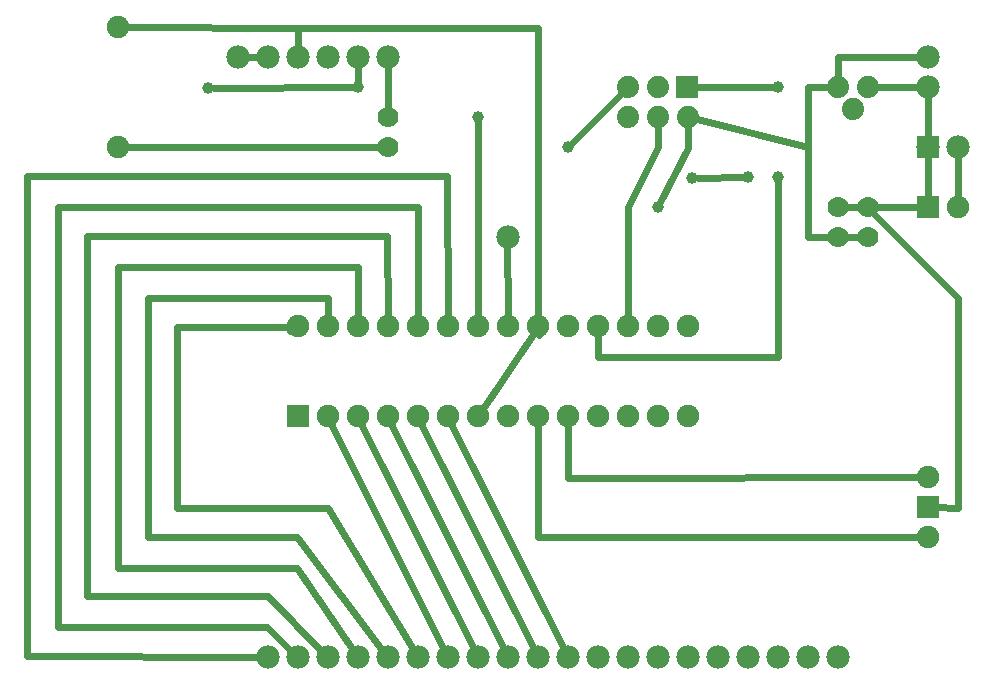
<source format=gbl>
G04 MADE WITH FRITZING*
G04 WWW.FRITZING.ORG*
G04 DOUBLE SIDED*
G04 HOLES PLATED*
G04 CONTOUR ON CENTER OF CONTOUR VECTOR*
%ASAXBY*%
%FSLAX23Y23*%
%MOIN*%
%OFA0B0*%
%SFA1.0B1.0*%
%ADD10C,0.078000*%
%ADD11C,0.039370*%
%ADD12C,0.075000*%
%ADD13C,0.070000*%
%ADD14C,0.074000*%
%ADD15R,0.075000X0.075000*%
%ADD16R,0.078000X0.078000*%
%ADD17C,0.024000*%
%ADD18R,0.001000X0.001000*%
%LNCOPPER0*%
G90*
G70*
G54D10*
X819Y2068D03*
X919Y2068D03*
X1019Y2068D03*
X1119Y2068D03*
X1219Y2068D03*
X1319Y2068D03*
G54D11*
X1620Y1867D03*
X1919Y1768D03*
X721Y1965D03*
X1219Y1968D03*
X2619Y1668D03*
X2219Y1568D03*
X2334Y1664D03*
X2519Y1668D03*
X2619Y1968D03*
G54D12*
X419Y2168D03*
X419Y1768D03*
G54D13*
X2919Y1568D03*
X2919Y1467D03*
G54D12*
X3119Y468D03*
X3119Y568D03*
X3119Y668D03*
G54D10*
X3119Y1768D03*
X3219Y1768D03*
G54D14*
X2819Y1968D03*
X2869Y1893D03*
X2919Y1968D03*
G54D12*
X3119Y1568D03*
X3219Y1568D03*
G54D13*
X2819Y1568D03*
X2819Y1467D03*
X1319Y1768D03*
X1319Y1868D03*
G54D10*
X1719Y1468D03*
X3119Y2068D03*
X3119Y1968D03*
G54D12*
X1019Y870D03*
X1019Y1170D03*
X1119Y870D03*
X1119Y1170D03*
X1219Y870D03*
X1219Y1170D03*
X1319Y870D03*
X1319Y1170D03*
X1419Y870D03*
X1419Y1170D03*
X1519Y870D03*
X1519Y1170D03*
X1619Y870D03*
X1619Y1170D03*
X1719Y870D03*
X1719Y1170D03*
X1819Y870D03*
X1819Y1170D03*
X1919Y870D03*
X1919Y1170D03*
X2019Y870D03*
X2019Y1170D03*
X2119Y870D03*
X2119Y1170D03*
X2219Y870D03*
X2219Y1170D03*
X2319Y870D03*
X2319Y1170D03*
G54D10*
X919Y68D03*
X1019Y68D03*
X1119Y68D03*
X1219Y68D03*
X1319Y68D03*
X1419Y68D03*
X1519Y68D03*
X1619Y68D03*
X1719Y68D03*
X1819Y68D03*
X1919Y68D03*
X2019Y68D03*
X2119Y68D03*
X2219Y68D03*
X2319Y68D03*
X2419Y68D03*
X2519Y68D03*
X2619Y68D03*
X2719Y68D03*
X2819Y68D03*
G54D14*
X2319Y1968D03*
X2319Y1868D03*
X2219Y1968D03*
X2219Y1868D03*
X2119Y1968D03*
X2119Y1868D03*
G54D15*
X3119Y568D03*
G54D16*
X3119Y1768D03*
G54D15*
X3119Y1568D03*
X1019Y870D03*
G54D17*
X1319Y2037D02*
X1319Y1894D01*
D02*
X1821Y2166D02*
X1819Y1199D01*
D02*
X1021Y2166D02*
X1821Y2166D01*
D02*
X1020Y2098D02*
X1021Y2166D01*
D02*
X1620Y1848D02*
X1619Y1199D01*
D02*
X1021Y2166D02*
X1020Y2098D01*
D02*
X448Y2168D02*
X1021Y2166D01*
D02*
X2097Y1946D02*
X1933Y1781D01*
D02*
X889Y2068D02*
X850Y2068D01*
D02*
X1219Y1987D02*
X1219Y2037D01*
D02*
X1922Y666D02*
X1919Y841D01*
D02*
X3091Y668D02*
X1922Y666D01*
D02*
X1819Y467D02*
X1819Y841D01*
D02*
X3091Y468D02*
X1819Y467D01*
D02*
X3219Y1265D02*
X2938Y1549D01*
D02*
X3219Y565D02*
X3219Y1265D01*
D02*
X3148Y567D02*
X3219Y565D01*
D02*
X1717Y1470D02*
X1719Y1199D01*
D02*
X1698Y1489D02*
X1717Y1470D01*
D02*
X2893Y1467D02*
X2846Y1467D01*
D02*
X2893Y1568D02*
X2846Y1568D01*
D02*
X1819Y1168D02*
X1825Y1142D01*
D02*
X1620Y872D02*
X1819Y1168D01*
D02*
X1635Y894D02*
X1620Y872D01*
D02*
X1517Y71D02*
X1132Y844D01*
D02*
X1502Y92D02*
X1517Y71D01*
D02*
X118Y71D02*
X889Y68D01*
D02*
X118Y1670D02*
X118Y71D01*
D02*
X1517Y1670D02*
X118Y1670D01*
D02*
X1519Y1199D02*
X1517Y1670D01*
D02*
X1119Y565D02*
X1404Y93D01*
D02*
X618Y565D02*
X1119Y565D01*
D02*
X618Y1169D02*
X618Y565D01*
D02*
X1017Y1169D02*
X618Y1169D01*
D02*
X994Y1155D02*
X1017Y1169D01*
D02*
X1017Y469D02*
X1301Y92D01*
D02*
X522Y469D02*
X1017Y469D01*
D02*
X522Y1265D02*
X522Y469D01*
D02*
X1119Y1265D02*
X522Y1265D01*
D02*
X1119Y1199D02*
X1119Y1265D01*
D02*
X1017Y366D02*
X1203Y92D01*
D02*
X419Y366D02*
X1017Y366D01*
D02*
X419Y1368D02*
X419Y366D01*
D02*
X1222Y1368D02*
X419Y1368D01*
D02*
X1219Y1199D02*
X1222Y1368D01*
D02*
X920Y270D02*
X1098Y89D01*
D02*
X317Y270D02*
X920Y270D01*
D02*
X317Y1470D02*
X317Y270D01*
D02*
X1318Y1470D02*
X317Y1470D01*
D02*
X1319Y1199D02*
X1318Y1470D01*
D02*
X918Y167D02*
X998Y89D01*
D02*
X220Y167D02*
X918Y167D01*
D02*
X220Y1567D02*
X220Y167D01*
D02*
X1421Y1567D02*
X220Y1567D01*
D02*
X1419Y1199D02*
X1421Y1567D01*
D02*
X1606Y95D02*
X1232Y844D01*
D02*
X1706Y95D02*
X1332Y844D01*
D02*
X1806Y95D02*
X1432Y844D01*
D02*
X1906Y95D02*
X1532Y844D01*
D02*
X3091Y1568D02*
X2946Y1568D01*
D02*
X3219Y1596D02*
X3219Y1737D01*
D02*
X3119Y1596D02*
X3119Y1737D01*
D02*
X1293Y1768D02*
X448Y1768D01*
D02*
X2719Y1768D02*
X2719Y1968D01*
D02*
X2719Y1968D02*
X2792Y1968D01*
D02*
X2719Y1468D02*
X2719Y1768D01*
D02*
X2793Y1467D02*
X2719Y1468D01*
D02*
X1200Y1967D02*
X740Y1965D01*
D02*
X2619Y1068D02*
X2019Y1068D01*
D02*
X2019Y1068D02*
X2019Y1141D01*
D02*
X2619Y1649D02*
X2619Y1068D01*
D02*
X2228Y1585D02*
X2320Y1766D01*
D02*
X2320Y1766D02*
X2320Y1836D01*
D02*
X2119Y1568D02*
X2119Y1199D01*
D02*
X2219Y1768D02*
X2119Y1568D01*
D02*
X2219Y1836D02*
X2219Y1768D01*
D02*
X2819Y2068D02*
X2819Y1995D01*
D02*
X3089Y2068D02*
X2819Y2068D01*
D02*
X3089Y1968D02*
X2947Y1968D01*
D02*
X3119Y1798D02*
X3119Y1937D01*
D02*
X2719Y1768D02*
X2350Y1860D01*
D02*
X2719Y1968D02*
X2719Y1768D01*
D02*
X2792Y1968D02*
X2719Y1968D01*
D02*
X2501Y1667D02*
X2353Y1664D01*
D02*
X2351Y1968D02*
X2600Y1968D01*
G54D18*
X2282Y2004D02*
X2355Y2004D01*
X2282Y2003D02*
X2355Y2003D01*
X2282Y2002D02*
X2355Y2002D01*
X2282Y2001D02*
X2355Y2001D01*
X2282Y2000D02*
X2355Y2000D01*
X2282Y1999D02*
X2355Y1999D01*
X2282Y1998D02*
X2355Y1998D01*
X2282Y1997D02*
X2355Y1997D01*
X2282Y1996D02*
X2355Y1996D01*
X2282Y1995D02*
X2355Y1995D01*
X2282Y1994D02*
X2355Y1994D01*
X2282Y1993D02*
X2355Y1993D01*
X2282Y1992D02*
X2355Y1992D01*
X2282Y1991D02*
X2355Y1991D01*
X2282Y1990D02*
X2355Y1990D01*
X2282Y1989D02*
X2355Y1989D01*
X2282Y1988D02*
X2355Y1988D01*
X2282Y1987D02*
X2313Y1987D01*
X2325Y1987D02*
X2355Y1987D01*
X2282Y1986D02*
X2310Y1986D01*
X2328Y1986D02*
X2355Y1986D01*
X2282Y1985D02*
X2308Y1985D01*
X2329Y1985D02*
X2355Y1985D01*
X2282Y1984D02*
X2306Y1984D01*
X2331Y1984D02*
X2355Y1984D01*
X2282Y1983D02*
X2305Y1983D01*
X2332Y1983D02*
X2355Y1983D01*
X2282Y1982D02*
X2304Y1982D01*
X2333Y1982D02*
X2355Y1982D01*
X2282Y1981D02*
X2303Y1981D01*
X2334Y1981D02*
X2355Y1981D01*
X2282Y1980D02*
X2302Y1980D01*
X2335Y1980D02*
X2355Y1980D01*
X2282Y1979D02*
X2302Y1979D01*
X2336Y1979D02*
X2355Y1979D01*
X2282Y1978D02*
X2301Y1978D01*
X2336Y1978D02*
X2355Y1978D01*
X2282Y1977D02*
X2301Y1977D01*
X2337Y1977D02*
X2355Y1977D01*
X2282Y1976D02*
X2300Y1976D01*
X2337Y1976D02*
X2355Y1976D01*
X2282Y1975D02*
X2300Y1975D01*
X2338Y1975D02*
X2355Y1975D01*
X2282Y1974D02*
X2299Y1974D01*
X2338Y1974D02*
X2355Y1974D01*
X2282Y1973D02*
X2299Y1973D01*
X2339Y1973D02*
X2355Y1973D01*
X2282Y1972D02*
X2299Y1972D01*
X2339Y1972D02*
X2355Y1972D01*
X2282Y1971D02*
X2299Y1971D01*
X2339Y1971D02*
X2355Y1971D01*
X2282Y1970D02*
X2298Y1970D01*
X2339Y1970D02*
X2355Y1970D01*
X2282Y1969D02*
X2298Y1969D01*
X2339Y1969D02*
X2355Y1969D01*
X2282Y1968D02*
X2298Y1968D01*
X2339Y1968D02*
X2355Y1968D01*
X2282Y1967D02*
X2298Y1967D01*
X2339Y1967D02*
X2355Y1967D01*
X2282Y1966D02*
X2298Y1966D01*
X2339Y1966D02*
X2355Y1966D01*
X2282Y1965D02*
X2299Y1965D01*
X2339Y1965D02*
X2355Y1965D01*
X2282Y1964D02*
X2299Y1964D01*
X2339Y1964D02*
X2355Y1964D01*
X2282Y1963D02*
X2299Y1963D01*
X2339Y1963D02*
X2355Y1963D01*
X2282Y1962D02*
X2299Y1962D01*
X2338Y1962D02*
X2355Y1962D01*
X2282Y1961D02*
X2300Y1961D01*
X2338Y1961D02*
X2355Y1961D01*
X2282Y1960D02*
X2300Y1960D01*
X2338Y1960D02*
X2355Y1960D01*
X2282Y1959D02*
X2300Y1959D01*
X2337Y1959D02*
X2355Y1959D01*
X2282Y1958D02*
X2301Y1958D01*
X2337Y1958D02*
X2355Y1958D01*
X2282Y1957D02*
X2302Y1957D01*
X2336Y1957D02*
X2355Y1957D01*
X2282Y1956D02*
X2302Y1956D01*
X2335Y1956D02*
X2355Y1956D01*
X2282Y1955D02*
X2303Y1955D01*
X2334Y1955D02*
X2355Y1955D01*
X2282Y1954D02*
X2304Y1954D01*
X2334Y1954D02*
X2355Y1954D01*
X2282Y1953D02*
X2305Y1953D01*
X2332Y1953D02*
X2355Y1953D01*
X2282Y1952D02*
X2306Y1952D01*
X2331Y1952D02*
X2355Y1952D01*
X2282Y1951D02*
X2308Y1951D01*
X2330Y1951D02*
X2355Y1951D01*
X2282Y1950D02*
X2310Y1950D01*
X2328Y1950D02*
X2355Y1950D01*
X2282Y1949D02*
X2312Y1949D01*
X2325Y1949D02*
X2355Y1949D01*
X2282Y1948D02*
X2317Y1948D01*
X2320Y1948D02*
X2355Y1948D01*
X2282Y1947D02*
X2355Y1947D01*
X2282Y1946D02*
X2355Y1946D01*
X2282Y1945D02*
X2355Y1945D01*
X2282Y1944D02*
X2355Y1944D01*
X2282Y1943D02*
X2355Y1943D01*
X2282Y1942D02*
X2355Y1942D01*
X2282Y1941D02*
X2355Y1941D01*
X2282Y1940D02*
X2355Y1940D01*
X2282Y1939D02*
X2355Y1939D01*
X2282Y1938D02*
X2355Y1938D01*
X2282Y1937D02*
X2355Y1937D01*
X2282Y1936D02*
X2355Y1936D01*
X2282Y1935D02*
X2355Y1935D01*
X2282Y1934D02*
X2355Y1934D01*
X2282Y1933D02*
X2355Y1933D01*
X2282Y1932D02*
X2355Y1932D01*
X2283Y1931D02*
X2355Y1931D01*
D02*
G04 End of Copper0*
M02*
</source>
